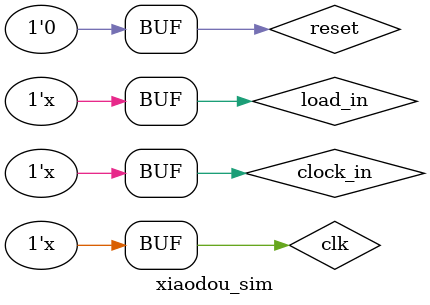
<source format=v>
`timescale 1ns / 1ps


module xiaodou_sim;
    reg clk; // ÏµÍ³Ê±ÖÓ
    reg reset; // ÖØÖÃÐÅºÅ
    reg load_in; // ¿ªÊ¼¶ÁÈ¡¼ÓÔØÐÅºÅ
    reg clock_in; // ÒÆÎ»Ê¹ÄÜÐÅºÅ
    wire load_out; // ´¦ÀíºóµÄ¼ÓÔØÐÅºÅ
    wire clock_out; // ´¦ÀíºóµÄÊ¹ÄÜÐÅºÅ
    
    initial 
        begin 
            clk = 1; reset = 1;
            clock_in = 0; load_in = 0; 
            #50 reset = 0;
        end
        
    always #20 clk = ~clk;
        
    always 
        begin
            #200 clock_in = ~clock_in;   load_in = ~load_in;
        end
    
    xiaodou x(
     clk, // ÏµÍ³Ê±ÖÓ
     reset, // ÖØÖÃÐÅºÅ
     load_in, // ¿ªÊ¼¶ÁÈ¡¼ÓÔØÐÅºÅ
     clock_in, // ÒÆÎ»Ê¹ÄÜÐÅºÅ
     load_out, // ´¦ÀíºóµÄ¼ÓÔØÐÅºÅ
     clock_out // ´¦ÀíºóµÄÊ¹ÄÜÐÅºÅ
    );
endmodule

</source>
